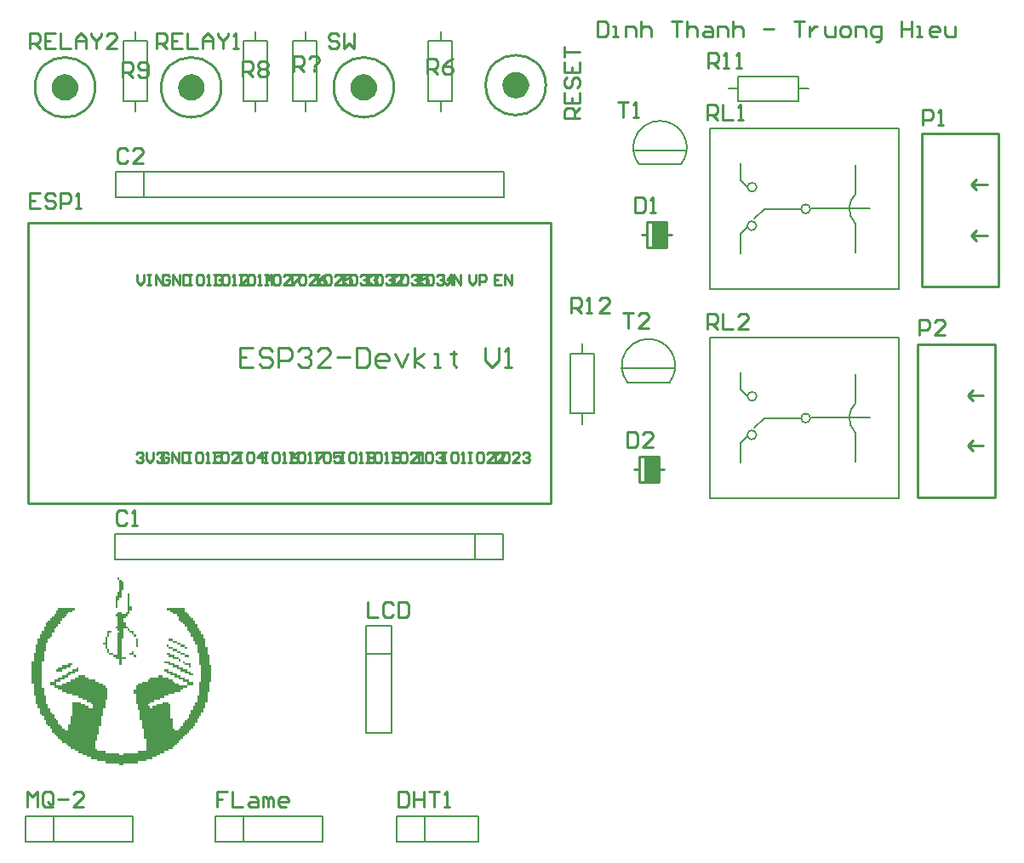
<source format=gto>
G04*
G04 #@! TF.GenerationSoftware,Altium Limited,Altium Designer,23.6.0 (18)*
G04*
G04 Layer_Color=65535*
%FSTAX25Y25*%
%MOIN*%
G70*
G04*
G04 #@! TF.SameCoordinates,9BEE5B86-6B9F-4FCF-B317-2D1E74663753*
G04*
G04*
G04 #@! TF.FilePolarity,Positive*
G04*
G01*
G75*
%ADD10C,0.01000*%
%ADD11C,0.00800*%
%ADD12C,0.00700*%
%ADD13C,0.00787*%
G36*
X0253368Y0407532D02*
X0253387Y0407521D01*
X0253409D01*
X0254625Y0407018D01*
X0254641Y0407002D01*
X0254662Y0406996D01*
X0255707Y0406195D01*
X0255717Y0406176D01*
X0255736Y0406165D01*
X0256538Y040512D01*
X0256544Y0405099D01*
X0256559Y0405084D01*
X0257063Y0403867D01*
Y0403845D01*
X0257074Y0403827D01*
X0257246Y0402521D01*
X025724Y04025D01*
X0257246Y0402479D01*
X0257074Y0401173D01*
X0257063Y0401155D01*
Y0401133D01*
X0256559Y0399916D01*
X0256544Y0399901D01*
X0256538Y039988D01*
X0255736Y0398835D01*
X0255717Y0398824D01*
X0255707Y0398805D01*
X0254662Y0398004D01*
X0254641Y0397998D01*
X0254625Y0397983D01*
X0253409Y0397479D01*
X0253387D01*
X0253368Y0397468D01*
X0252063Y0397296D01*
X0252052Y0397299D01*
X0252042Y0397294D01*
X0251993Y0397315D01*
X0251981Y0397318D01*
X0251951Y0397306D01*
X0251942Y039731D01*
X0251933Y0397307D01*
X0250715Y0397468D01*
X0250696Y0397479D01*
X0250674D01*
X0249458Y0397983D01*
X0249443Y0397998D01*
X0249421Y0398004D01*
X0248377Y0398805D01*
X0248366Y0398824D01*
X0248347Y0398835D01*
X0247545Y039988D01*
X024754Y0399901D01*
X0247524Y0399916D01*
X024702Y0401133D01*
Y0401155D01*
X0247009Y0401173D01*
X0246838Y0402479D01*
X0246843Y04025D01*
X0246838Y0402521D01*
X0247009Y0403827D01*
X024702Y0403845D01*
Y0403867D01*
X0247524Y0405084D01*
X024754Y0405099D01*
X0247545Y040512D01*
X0248347Y0406165D01*
X0248366Y0406176D01*
X0248377Y0406195D01*
X0249421Y0406996D01*
X0249443Y0407002D01*
X0249458Y0407018D01*
X0250674Y0407521D01*
X0250696D01*
X0250715Y0407532D01*
X0252021Y0407704D01*
X0252042Y0407698D01*
X0252063Y0407704D01*
X0253368Y0407532D01*
D02*
G37*
G36*
X0125007Y040681D02*
X0125019Y0406807D01*
X0125049Y0406818D01*
X0125058Y0406814D01*
X0125067Y0406817D01*
X0126285Y0406657D01*
X0126304Y0406646D01*
X0126326D01*
X0127542Y0406142D01*
X0127558Y0406126D01*
X0127579Y0406121D01*
X0128623Y0405319D01*
X0128634Y04053D01*
X0128653Y0405289D01*
X0129455Y0404245D01*
X012946Y0404224D01*
X0129476Y0404208D01*
X012998Y0402992D01*
Y040297D01*
X0129991Y0402951D01*
X0130162Y0401646D01*
X0130157Y0401624D01*
X0130162Y0401603D01*
X0129991Y0400298D01*
X012998Y0400279D01*
Y0400257D01*
X0129476Y0399041D01*
X012946Y0399025D01*
X0129455Y0399004D01*
X0128653Y0397959D01*
X0128634Y0397949D01*
X0128623Y039793D01*
X0127579Y0397128D01*
X0127558Y0397122D01*
X0127542Y0397107D01*
X0126326Y0396603D01*
X0126304D01*
X0126285Y0396592D01*
X0124979Y039642D01*
X0124958Y0396426D01*
X0124937Y039642D01*
X0123632Y0396592D01*
X0123613Y0396603D01*
X0123591D01*
X0122375Y0397107D01*
X0122359Y0397122D01*
X0122338Y0397128D01*
X0121293Y039793D01*
X0121282Y0397949D01*
X0121264Y0397959D01*
X0120462Y0399004D01*
X0120456Y0399025D01*
X0120441Y0399041D01*
X0119937Y0400257D01*
Y0400279D01*
X0119926Y0400298D01*
X0119754Y0401603D01*
X011976Y0401624D01*
X0119754Y0401646D01*
X0119926Y0402951D01*
X0119937Y040297D01*
Y0402992D01*
X0120441Y0404208D01*
X0120456Y0404224D01*
X0120462Y0404245D01*
X0121264Y0405289D01*
X0121282Y04053D01*
X0121293Y0405319D01*
X0122338Y0406121D01*
X0122359Y0406126D01*
X0122375Y0406142D01*
X0123591Y0406646D01*
X0123613D01*
X0123632Y0406657D01*
X0124937Y0406828D01*
X0124948Y0406826D01*
X0124958Y040683D01*
X0125007Y040681D01*
D02*
G37*
G36*
X0193868Y0406657D02*
X0193887Y0406646D01*
X0193909D01*
X0195125Y0406142D01*
X0195141Y0406126D01*
X0195162Y0406121D01*
X0196206Y0405319D01*
X0196218Y04053D01*
X0196237Y0405289D01*
X0197038Y0404245D01*
X0197044Y0404224D01*
X0197059Y0404208D01*
X0197563Y0402992D01*
Y040297D01*
X0197574Y0402951D01*
X0197746Y0401646D01*
X019774Y0401624D01*
X0197746Y0401603D01*
X0197574Y0400298D01*
X0197563Y0400279D01*
Y0400257D01*
X0197059Y0399041D01*
X0197044Y0399025D01*
X0197038Y0399004D01*
X0196237Y0397959D01*
X0196218Y0397949D01*
X0196206Y039793D01*
X0195162Y0397128D01*
X0195141Y0397122D01*
X0195125Y0397107D01*
X0193909Y0396603D01*
X0193887D01*
X0193868Y0396592D01*
X0192563Y039642D01*
X0192552Y0396423D01*
X0192542Y0396419D01*
X0192493Y0396439D01*
X0192481Y0396442D01*
X0192451Y039643D01*
X0192442Y0396434D01*
X0192433Y0396432D01*
X0191215Y0396592D01*
X0191196Y0396603D01*
X0191174D01*
X0189958Y0397107D01*
X0189943Y0397122D01*
X0189921Y0397128D01*
X0188877Y039793D01*
X0188866Y0397949D01*
X0188847Y0397959D01*
X0188045Y0399004D01*
X018804Y0399025D01*
X0188024Y0399041D01*
X018752Y0400257D01*
Y0400279D01*
X0187509Y0400298D01*
X0187338Y0401603D01*
X0187343Y0401624D01*
X0187338Y0401646D01*
X0187509Y0402951D01*
X018752Y040297D01*
Y0402992D01*
X0188024Y0404208D01*
X018804Y0404224D01*
X0188045Y0404245D01*
X0188847Y0405289D01*
X0188866Y04053D01*
X0188877Y0405319D01*
X0189921Y0406121D01*
X0189943Y0406126D01*
X0189958Y0406142D01*
X0191174Y0406646D01*
X0191196D01*
X0191215Y0406657D01*
X019252Y0406828D01*
X0192542Y0406823D01*
X0192563Y0406828D01*
X0193868Y0406657D01*
D02*
G37*
G36*
X0076868D02*
X0076887Y0406646D01*
X0076909D01*
X0078125Y0406142D01*
X0078141Y0406126D01*
X0078162Y0406121D01*
X0079207Y0405319D01*
X0079217Y04053D01*
X0079237Y0405289D01*
X0080038Y0404245D01*
X0080044Y0404224D01*
X0080059Y0404208D01*
X0080563Y0402992D01*
Y040297D01*
X0080574Y0402951D01*
X0080746Y0401646D01*
X008074Y0401624D01*
X0080746Y0401603D01*
X0080574Y0400298D01*
X0080563Y0400279D01*
Y0400257D01*
X0080059Y0399041D01*
X0080044Y0399025D01*
X0080038Y0399004D01*
X0079237Y0397959D01*
X0079217Y0397949D01*
X0079207Y039793D01*
X0078162Y0397128D01*
X0078141Y0397122D01*
X0078125Y0397107D01*
X0076909Y0396603D01*
X0076887D01*
X0076868Y0396592D01*
X0075563Y039642D01*
X0075552Y0396423D01*
X0075542Y0396419D01*
X0075493Y0396439D01*
X0075481Y0396442D01*
X0075451Y039643D01*
X0075442Y0396434D01*
X0075433Y0396432D01*
X0074215Y0396592D01*
X0074196Y0396603D01*
X0074174D01*
X0072958Y0397107D01*
X0072943Y0397122D01*
X0072921Y0397128D01*
X0071877Y039793D01*
X0071866Y0397949D01*
X0071847Y0397959D01*
X0071045Y0399004D01*
X007104Y0399025D01*
X0071024Y0399041D01*
X007052Y0400257D01*
Y0400279D01*
X0070509Y0400298D01*
X0070338Y0401603D01*
X0070343Y0401624D01*
X0070338Y0401646D01*
X0070509Y0402951D01*
X007052Y040297D01*
Y0402992D01*
X0071024Y0404208D01*
X007104Y0404224D01*
X0071045Y0404245D01*
X0071847Y0405289D01*
X0071866Y04053D01*
X0071877Y0405319D01*
X0072921Y0406121D01*
X0072943Y0406126D01*
X0072958Y0406142D01*
X0074174Y0406646D01*
X0074196D01*
X0074215Y0406657D01*
X007552Y0406828D01*
X0075542Y0406823D01*
X0075563Y0406828D01*
X0076868Y0406657D01*
D02*
G37*
G36*
X0311Y0339D02*
X03085Y0339D01*
X03055Y0339D01*
X03055Y0339708D01*
X03055Y0349D01*
X03055D01*
X0311Y0349D01*
X0311Y0339D01*
D02*
G37*
G36*
X0308Y0247D02*
X03055Y0247D01*
X03025Y0247D01*
X03025Y0247708D01*
X03025Y0257D01*
X03025D01*
X0308Y0257D01*
X0308Y0247D01*
D02*
G37*
G36*
X00969Y02087D02*
X00977D01*
Y02079D01*
X00985D01*
Y02071D01*
Y02063D01*
Y02055D01*
Y02047D01*
X00977D01*
Y02039D01*
Y02031D01*
Y02023D01*
Y02015D01*
X00969D01*
Y02007D01*
X00961D01*
Y01999D01*
Y01991D01*
Y01983D01*
Y01975D01*
X00953D01*
Y01983D01*
Y01991D01*
Y01999D01*
Y02007D01*
Y02015D01*
Y02023D01*
X00961D01*
Y02031D01*
Y02039D01*
X00969D01*
Y02047D01*
Y02055D01*
Y02063D01*
Y02071D01*
Y02079D01*
Y02087D01*
X00961D01*
Y02095D01*
X00969D01*
Y02087D01*
D02*
G37*
G36*
X01009Y02023D02*
Y02015D01*
Y02007D01*
Y01999D01*
Y01991D01*
Y01983D01*
X01017D01*
Y01975D01*
Y01967D01*
X01009D01*
Y01959D01*
Y01951D01*
X01001D01*
Y01943D01*
X00993D01*
Y01935D01*
X00985D01*
Y01927D01*
Y01919D01*
X00993D01*
Y01911D01*
Y01903D01*
X01001D01*
Y01895D01*
X01009D01*
Y01887D01*
X01025D01*
Y01879D01*
Y01871D01*
X01033D01*
Y01863D01*
X01025D01*
Y01871D01*
X01017D01*
Y01879D01*
X01009D01*
Y01887D01*
X01001D01*
Y01895D01*
X00985D01*
Y01887D01*
Y01879D01*
Y01871D01*
Y01863D01*
Y01855D01*
X00977D01*
Y01847D01*
Y01839D01*
Y01831D01*
Y01823D01*
Y01815D01*
Y01807D01*
Y01799D01*
Y01791D01*
Y01783D01*
X00993D01*
Y01775D01*
X00977D01*
Y01767D01*
Y01759D01*
Y01751D01*
X00969D01*
Y01759D01*
Y01767D01*
Y01775D01*
X00953D01*
Y01783D01*
X00945D01*
Y01791D01*
X00929D01*
Y01799D01*
X00921D01*
Y01807D01*
Y01815D01*
X00913D01*
Y01823D01*
Y01831D01*
X00905D01*
Y01839D01*
X00913D01*
Y01847D01*
Y01855D01*
Y01863D01*
X00921D01*
Y01855D01*
Y01847D01*
Y01839D01*
Y01831D01*
Y01823D01*
Y01815D01*
X00929D01*
Y01807D01*
Y01799D01*
X00945D01*
Y01791D01*
X00961D01*
Y01799D01*
Y01807D01*
Y01815D01*
Y01823D01*
Y01831D01*
Y01839D01*
Y01847D01*
Y01855D01*
Y01863D01*
Y01871D01*
Y01879D01*
X00969D01*
Y01887D01*
X00961D01*
Y01895D01*
X00953D01*
Y01903D01*
X00961D01*
Y01911D01*
Y01919D01*
Y01927D01*
Y01935D01*
Y01943D01*
X00953D01*
Y01951D01*
X00961D01*
Y01959D01*
X00977D01*
Y01951D01*
X00993D01*
Y01959D01*
X01001D01*
Y01967D01*
Y01975D01*
Y01983D01*
Y01991D01*
Y01999D01*
Y02007D01*
Y02015D01*
Y02023D01*
Y02031D01*
X01009D01*
Y02023D01*
D02*
G37*
G36*
X00937Y01879D02*
X00929D01*
Y01871D01*
Y01863D01*
X00921D01*
Y01871D01*
Y01879D01*
Y01887D01*
X00937D01*
Y01879D01*
D02*
G37*
G36*
X01041Y01847D02*
Y01839D01*
Y01831D01*
Y01823D01*
X01033D01*
Y01831D01*
Y01839D01*
Y01847D01*
Y01855D01*
X01041D01*
Y01847D01*
D02*
G37*
G36*
X01177D02*
X01193D01*
Y01839D01*
X01209D01*
Y01831D01*
X01225D01*
Y01823D01*
X01233D01*
Y01815D01*
X01225D01*
Y01823D01*
X01209D01*
Y01831D01*
X01193D01*
Y01839D01*
X01177D01*
Y01847D01*
X01161D01*
Y01855D01*
X01177D01*
Y01847D01*
D02*
G37*
G36*
X01161Y01823D02*
X01177D01*
Y01815D01*
X01193D01*
Y01807D01*
X01209D01*
Y01799D01*
X01225D01*
Y01791D01*
X01241D01*
Y01783D01*
X01225D01*
Y01791D01*
X01209D01*
Y01799D01*
X01193D01*
Y01807D01*
X01177D01*
Y01815D01*
X01161D01*
Y01823D01*
X01153D01*
Y01831D01*
X01161D01*
Y01823D01*
D02*
G37*
G36*
X01025Y01799D02*
Y01791D01*
X01033D01*
Y01783D01*
X01025D01*
Y01791D01*
X01009D01*
Y01799D01*
X01017D01*
Y01807D01*
X01025D01*
Y01799D01*
D02*
G37*
G36*
X01169Y01791D02*
X01185D01*
Y01783D01*
X01201D01*
Y01775D01*
X01209D01*
Y01767D01*
X01201D01*
Y01775D01*
X01177D01*
Y01783D01*
X01161D01*
Y01791D01*
X01153D01*
Y01799D01*
X01169D01*
Y01791D01*
D02*
G37*
G36*
X01225Y01759D02*
X01249D01*
Y01751D01*
Y01743D01*
X01241D01*
Y01751D01*
X01225D01*
Y01759D01*
X01217D01*
Y01767D01*
X01225D01*
Y01759D01*
D02*
G37*
G36*
X00785Y01751D02*
X00777D01*
Y01743D01*
X00761D01*
Y01735D01*
X00745D01*
Y01727D01*
X00721D01*
Y01735D01*
X00729D01*
Y01743D01*
X00745D01*
Y01751D01*
X00769D01*
Y01759D01*
X00785D01*
Y01751D01*
D02*
G37*
G36*
X01169Y01759D02*
X01185D01*
Y01751D01*
X01201D01*
Y01743D01*
X01217D01*
Y01735D01*
X01233D01*
Y01727D01*
X01249D01*
Y01719D01*
X01257D01*
Y01711D01*
X01241D01*
Y01719D01*
X01225D01*
Y01727D01*
X01209D01*
Y01735D01*
X01193D01*
Y01743D01*
X01177D01*
Y01751D01*
X01161D01*
Y01759D01*
X01145D01*
Y01767D01*
X01169D01*
Y01759D01*
D02*
G37*
G36*
X01161Y01727D02*
X01177D01*
Y01719D01*
X01193D01*
Y01711D01*
X01209D01*
Y01703D01*
X01225D01*
Y01695D01*
X01241D01*
Y01687D01*
X01257D01*
Y01679D01*
Y01671D01*
X01233D01*
Y01679D01*
Y01687D01*
X01217D01*
Y01695D01*
X01201D01*
Y01703D01*
X01185D01*
Y01711D01*
X01169D01*
Y01719D01*
X01153D01*
Y01727D01*
X01145D01*
Y01735D01*
X01161D01*
Y01727D01*
D02*
G37*
G36*
X01225Y01967D02*
Y01959D01*
X01233D01*
Y01951D01*
X01241D01*
Y01943D01*
X01249D01*
Y01935D01*
X01257D01*
Y01927D01*
X01265D01*
Y01919D01*
Y01911D01*
X01273D01*
Y01903D01*
Y01895D01*
X01281D01*
Y01887D01*
X01289D01*
Y01879D01*
Y01871D01*
X01297D01*
Y01863D01*
Y01855D01*
X01305D01*
Y01847D01*
Y01839D01*
Y01831D01*
Y01823D01*
X01313D01*
Y01815D01*
Y01807D01*
Y01799D01*
Y01791D01*
X01321D01*
Y01783D01*
Y01775D01*
Y01767D01*
Y01759D01*
Y01751D01*
X01329D01*
Y01743D01*
Y01735D01*
Y01727D01*
Y01719D01*
Y01711D01*
Y01703D01*
Y01695D01*
Y01687D01*
X01321D01*
Y01679D01*
Y01671D01*
Y01663D01*
Y01655D01*
Y01647D01*
X01313D01*
Y01639D01*
Y01631D01*
Y01623D01*
Y01615D01*
Y01607D01*
X01305D01*
Y01599D01*
Y01591D01*
Y01583D01*
X01297D01*
Y01575D01*
Y01567D01*
X01289D01*
Y01559D01*
Y01551D01*
X01281D01*
Y01543D01*
X01273D01*
Y01535D01*
Y01527D01*
X01265D01*
Y01519D01*
Y01511D01*
X01257D01*
Y01503D01*
X01249D01*
Y01495D01*
X01241D01*
Y01487D01*
X01233D01*
Y01479D01*
X01225D01*
Y01471D01*
X01217D01*
Y01463D01*
X01209D01*
Y01455D01*
X01201D01*
Y01447D01*
X01193D01*
Y01439D01*
X01185D01*
Y01431D01*
X01177D01*
Y01423D01*
X01161D01*
Y01415D01*
X01145D01*
Y01407D01*
X01129D01*
Y01399D01*
X01113D01*
Y01391D01*
X01097D01*
Y01383D01*
X01073D01*
Y01375D01*
X01041D01*
Y01367D01*
X00985D01*
Y01359D01*
X00969D01*
Y01367D01*
X00913D01*
Y01375D01*
X00881D01*
Y01383D01*
X00857D01*
Y01391D01*
X00841D01*
Y01399D01*
X00825D01*
Y01407D01*
X00809D01*
Y01415D01*
X00793D01*
Y01423D01*
X00777D01*
Y01431D01*
X00769D01*
Y01439D01*
X00761D01*
Y01447D01*
X00745D01*
Y01455D01*
X00737D01*
Y01463D01*
X00729D01*
Y01471D01*
X00721D01*
Y01479D01*
X00713D01*
Y01487D01*
X00705D01*
Y01495D01*
Y01503D01*
X00697D01*
Y01511D01*
X00689D01*
Y01519D01*
X00681D01*
Y01527D01*
Y01535D01*
X00673D01*
Y01543D01*
Y01551D01*
X00665D01*
Y01559D01*
X00657D01*
Y01567D01*
Y01575D01*
Y01583D01*
X00649D01*
Y01591D01*
Y01599D01*
X00641D01*
Y01607D01*
Y01615D01*
Y01623D01*
Y01631D01*
X00633D01*
Y01639D01*
Y01647D01*
Y01655D01*
Y01663D01*
Y01671D01*
Y01679D01*
X00625D01*
Y01687D01*
Y01695D01*
Y01703D01*
Y01711D01*
Y01719D01*
Y01727D01*
Y01735D01*
Y01743D01*
Y01751D01*
Y01759D01*
Y01767D01*
X00633D01*
Y01775D01*
Y01783D01*
Y01791D01*
Y01799D01*
X00641D01*
Y01807D01*
Y01815D01*
Y01823D01*
Y01831D01*
X00649D01*
Y01839D01*
Y01847D01*
Y01855D01*
X00657D01*
Y01863D01*
Y01871D01*
X00665D01*
Y01879D01*
Y01887D01*
X00673D01*
Y01895D01*
Y01903D01*
X00681D01*
Y01911D01*
Y01919D01*
X00689D01*
Y01927D01*
X00697D01*
Y01935D01*
X00705D01*
Y01943D01*
X00713D01*
Y01951D01*
X00721D01*
Y01959D01*
Y01967D01*
X00729D01*
Y01975D01*
X00793D01*
Y01967D01*
X00785D01*
Y01959D01*
X00769D01*
Y01951D01*
X00761D01*
Y01943D01*
X00753D01*
Y01935D01*
X00745D01*
Y01927D01*
X00737D01*
Y01919D01*
Y01911D01*
X00729D01*
Y01903D01*
X00721D01*
Y01895D01*
X00713D01*
Y01887D01*
Y01879D01*
X00705D01*
Y01871D01*
Y01863D01*
X00697D01*
Y01855D01*
X00689D01*
Y01847D01*
Y01839D01*
X00681D01*
Y01831D01*
Y01823D01*
Y01815D01*
Y01807D01*
X00673D01*
Y01799D01*
Y01791D01*
Y01783D01*
Y01775D01*
Y01767D01*
X00665D01*
Y01759D01*
Y01751D01*
Y01743D01*
Y01735D01*
Y01727D01*
Y01719D01*
Y01711D01*
Y01703D01*
Y01695D01*
Y01687D01*
Y01679D01*
Y01671D01*
Y01663D01*
X00673D01*
Y01655D01*
Y01647D01*
Y01639D01*
Y01631D01*
X00681D01*
Y01623D01*
Y01615D01*
Y01607D01*
Y01599D01*
X00689D01*
Y01591D01*
Y01583D01*
X00697D01*
Y01575D01*
Y01567D01*
X00705D01*
Y01559D01*
X00713D01*
Y01551D01*
Y01543D01*
X00721D01*
Y01535D01*
X00729D01*
Y01527D01*
Y01519D01*
X00737D01*
Y01511D01*
X00745D01*
Y01503D01*
X00753D01*
Y01495D01*
X00769D01*
Y01503D01*
Y01511D01*
Y01519D01*
X00777D01*
Y01527D01*
Y01535D01*
Y01543D01*
Y01551D01*
X00785D01*
Y01559D01*
Y01567D01*
Y01575D01*
Y01583D01*
Y01591D01*
Y01599D01*
Y01607D01*
X00817D01*
Y01599D01*
X00833D01*
Y01591D01*
X00849D01*
Y01583D01*
X00865D01*
Y01591D01*
Y01599D01*
X00857D01*
Y01607D01*
X00841D01*
Y01615D01*
X00825D01*
Y01623D01*
X00809D01*
Y01631D01*
X00785D01*
Y01639D01*
X00761D01*
Y01647D01*
X00745D01*
Y01655D01*
X00729D01*
Y01663D01*
X00713D01*
Y01671D01*
X00697D01*
Y01679D01*
Y01687D01*
X00713D01*
Y01695D01*
X00729D01*
Y01703D01*
X00745D01*
Y01711D01*
X00761D01*
Y01719D01*
X00769D01*
Y01727D01*
X00785D01*
Y01735D01*
X00801D01*
Y01743D01*
X00809D01*
Y01735D01*
Y01727D01*
X00793D01*
Y01719D01*
X00777D01*
Y01711D01*
X00769D01*
Y01703D01*
X00753D01*
Y01695D01*
X00737D01*
Y01687D01*
X00721D01*
Y01679D01*
Y01671D01*
X00745D01*
Y01679D01*
X00761D01*
Y01687D01*
X00777D01*
Y01695D01*
X00793D01*
Y01703D01*
X00809D01*
Y01711D01*
X00833D01*
Y01703D01*
X00849D01*
Y01695D01*
X00873D01*
Y01687D01*
X00889D01*
Y01679D01*
X00905D01*
Y01671D01*
X00913D01*
Y01663D01*
X00921D01*
Y01655D01*
Y01647D01*
Y01639D01*
Y01631D01*
Y01623D01*
Y01615D01*
X00913D01*
Y01607D01*
Y01599D01*
Y01591D01*
Y01583D01*
X00905D01*
Y01575D01*
Y01567D01*
Y01559D01*
Y01551D01*
X00897D01*
Y01543D01*
Y01535D01*
Y01527D01*
Y01519D01*
Y01511D01*
X00889D01*
Y01503D01*
Y01495D01*
Y01487D01*
Y01479D01*
X00881D01*
Y01471D01*
Y01463D01*
Y01455D01*
X00873D01*
Y01447D01*
Y01439D01*
Y01431D01*
Y01423D01*
X00881D01*
Y01415D01*
X00913D01*
Y01407D01*
X00969D01*
Y01399D01*
X00985D01*
Y01407D01*
X01041D01*
Y01415D01*
X01073D01*
Y01423D01*
Y01431D01*
Y01439D01*
Y01447D01*
Y01455D01*
Y01463D01*
X01065D01*
Y01471D01*
Y01479D01*
Y01487D01*
Y01495D01*
Y01503D01*
X01057D01*
Y01511D01*
Y01519D01*
Y01527D01*
Y01535D01*
X01049D01*
Y01543D01*
Y01551D01*
Y01559D01*
Y01567D01*
Y01575D01*
X01041D01*
Y01583D01*
Y01591D01*
Y01599D01*
X01033D01*
Y01607D01*
Y01615D01*
Y01623D01*
Y01631D01*
Y01639D01*
X01025D01*
Y01647D01*
Y01655D01*
X01033D01*
Y01663D01*
Y01671D01*
X01041D01*
Y01679D01*
X01057D01*
Y01687D01*
X01081D01*
Y01695D01*
X01089D01*
Y01703D01*
X01121D01*
Y01711D01*
X01137D01*
Y01703D01*
X01161D01*
Y01695D01*
X01177D01*
Y01687D01*
X01185D01*
Y01679D01*
X01201D01*
Y01671D01*
X01233D01*
Y01663D01*
X01217D01*
Y01655D01*
X01209D01*
Y01647D01*
X01185D01*
Y01639D01*
X01161D01*
Y01631D01*
X01145D01*
Y01623D01*
X01129D01*
Y01615D01*
X01105D01*
Y01607D01*
X01089D01*
Y01599D01*
X01081D01*
Y01591D01*
X01089D01*
Y01583D01*
X01097D01*
Y01591D01*
X01113D01*
Y01599D01*
X01137D01*
Y01607D01*
X01161D01*
Y01599D01*
X01169D01*
Y01591D01*
Y01583D01*
Y01575D01*
Y01567D01*
Y01559D01*
Y01551D01*
Y01543D01*
X01177D01*
Y01535D01*
Y01527D01*
Y01519D01*
Y01511D01*
Y01503D01*
X01185D01*
Y01495D01*
X01201D01*
Y01503D01*
X01209D01*
Y01511D01*
X01217D01*
Y01519D01*
Y01527D01*
X01225D01*
Y01535D01*
X01233D01*
Y01543D01*
X01241D01*
Y01551D01*
Y01559D01*
X01249D01*
Y01567D01*
Y01575D01*
X01257D01*
Y01583D01*
Y01591D01*
X01265D01*
Y01599D01*
Y01607D01*
X01273D01*
Y01615D01*
Y01623D01*
Y01631D01*
X01281D01*
Y01639D01*
Y01647D01*
Y01655D01*
Y01663D01*
Y01671D01*
Y01679D01*
Y01687D01*
X01289D01*
Y01695D01*
Y01703D01*
Y01711D01*
Y01719D01*
Y01727D01*
Y01735D01*
Y01743D01*
Y01751D01*
X01281D01*
Y01759D01*
Y01767D01*
Y01775D01*
Y01783D01*
Y01791D01*
Y01799D01*
X01273D01*
Y01807D01*
Y01815D01*
Y01823D01*
Y01831D01*
X01265D01*
Y01839D01*
Y01847D01*
X01257D01*
Y01855D01*
Y01863D01*
X01249D01*
Y01871D01*
Y01879D01*
X01241D01*
Y01887D01*
X01233D01*
Y01895D01*
Y01903D01*
X01225D01*
Y01911D01*
X01217D01*
Y01919D01*
X01209D01*
Y01927D01*
X01201D01*
Y01935D01*
Y01943D01*
X01193D01*
Y01951D01*
X01177D01*
Y01959D01*
X01169D01*
Y01967D01*
X01153D01*
Y01975D01*
X01225D01*
Y01967D01*
D02*
G37*
D10*
X0204311Y0401624D02*
G03*
X0204311Y0401624I-0011769J0D01*
G01*
X0263811Y04025D02*
G03*
X0263811Y04025I-0011769J0D01*
G01*
X0136728Y0401624D02*
G03*
X0136728Y0401624I-0011769J0D01*
G01*
X0087311D02*
G03*
X0087311Y0401624I-0011769J0D01*
G01*
X0411Y03235D02*
Y03835D01*
X04411D01*
X0411Y03235D02*
X04411D01*
Y03835D01*
X043055Y034355D02*
X043255Y034155D01*
X043055Y034355D02*
X043255Y034555D01*
X043055Y034355D02*
X04367D01*
X043055Y03635D02*
X04367D01*
X043055D02*
X043255Y03655D01*
X043055Y03635D02*
X043255Y03615D01*
X03115Y0344D02*
X0313D01*
X03015D02*
X03035D01*
Y0339D02*
X0311D01*
Y0349D01*
X03035D02*
X0311D01*
X03035Y0339D02*
Y0349D01*
X04095Y0241D02*
Y0301D01*
X04396D01*
X04095Y0241D02*
X04396D01*
Y0301D01*
X042905Y026105D02*
X043105Y025905D01*
X042905Y026105D02*
X043105Y026305D01*
X042905Y026105D02*
X04352D01*
X042905Y0281D02*
X04352D01*
X042905D02*
X043105Y0283D01*
X042905Y0281D02*
X043105Y0279D01*
X03085Y0252D02*
X031D01*
X02985D02*
X03005D01*
Y0247D02*
X0308D01*
Y0257D01*
X03005D02*
X0308D01*
X03005Y0247D02*
Y0257D01*
X0061079Y03485D02*
X0265803D01*
Y0238657D02*
Y03485D01*
X0061079Y0238657D02*
X0265803D01*
X0061079D02*
Y03485D01*
X0284Y0427497D02*
Y0421499D01*
X0286999D01*
X0287999Y0422499D01*
Y0426498D01*
X0286999Y0427497D01*
X0284D01*
X0289998Y0421499D02*
X0291997D01*
X0290998D01*
Y0425498D01*
X0289998D01*
X0294996Y0421499D02*
Y0425498D01*
X0297995D01*
X0298995Y0424498D01*
Y0421499D01*
X0300994Y0427497D02*
Y0421499D01*
Y0424498D01*
X0301994Y0425498D01*
X0303994D01*
X0304993Y0424498D01*
Y0421499D01*
X0312991Y0427497D02*
X0316989D01*
X031499D01*
Y0421499D01*
X0318989Y0427497D02*
Y0421499D01*
Y0424498D01*
X0319988Y0425498D01*
X0321988D01*
X0322987Y0424498D01*
Y0421499D01*
X0325986Y0425498D02*
X0327986D01*
X0328985Y0424498D01*
Y0421499D01*
X0325986D01*
X0324987Y0422499D01*
X0325986Y0423499D01*
X0328985D01*
X0330985Y0421499D02*
Y0425498D01*
X0333984D01*
X0334983Y0424498D01*
Y0421499D01*
X0336983Y0427497D02*
Y0421499D01*
Y0424498D01*
X0337983Y0425498D01*
X0339982D01*
X0340982Y0424498D01*
Y0421499D01*
X0348979Y0424498D02*
X0352978D01*
X0360975Y0427497D02*
X0364974D01*
X0362974D01*
Y0421499D01*
X0366973Y0425498D02*
Y0421499D01*
Y0423499D01*
X0367973Y0424498D01*
X0368972Y0425498D01*
X0369972D01*
X0372971D02*
Y0422499D01*
X0373971Y0421499D01*
X037697D01*
Y0425498D01*
X0379969Y0421499D02*
X0381968D01*
X0382968Y0422499D01*
Y0424498D01*
X0381968Y0425498D01*
X0379969D01*
X0378969Y0424498D01*
Y0422499D01*
X0379969Y0421499D01*
X0384967D02*
Y0425498D01*
X0387966D01*
X0388966Y0424498D01*
Y0421499D01*
X0392965Y04195D02*
X0393964D01*
X0394964Y04205D01*
Y0425498D01*
X0391965D01*
X0390965Y0424498D01*
Y0422499D01*
X0391965Y0421499D01*
X0394964D01*
X0402961Y0427497D02*
Y0421499D01*
Y0424498D01*
X040696D01*
Y0427497D01*
Y0421499D01*
X040896D02*
X0410959D01*
X0409959D01*
Y0425498D01*
X040896D01*
X0416957Y0421499D02*
X0414958D01*
X0413958Y0422499D01*
Y0424498D01*
X0414958Y0425498D01*
X0416957D01*
X0417957Y0424498D01*
Y0423499D01*
X0413958D01*
X0419956Y0425498D02*
Y0422499D01*
X0420956Y0421499D01*
X0423955D01*
Y0425498D01*
X0103559Y0257738D02*
X0104226Y0258404D01*
X0105558D01*
X0106225Y0257738D01*
Y0257071D01*
X0105558Y0256405D01*
X0104892D01*
X0105558D01*
X0106225Y0255738D01*
Y0255072D01*
X0105558Y0254405D01*
X0104226D01*
X0103559Y0255072D01*
X0107558Y0258404D02*
Y0255738D01*
X0108891Y0254405D01*
X0110224Y0255738D01*
Y0258404D01*
X0111556Y0257738D02*
X0112223Y0258404D01*
X0113556D01*
X0114222Y0257738D01*
Y0257071D01*
X0113556Y0256405D01*
X0112889D01*
X0113556D01*
X0114222Y0255738D01*
Y0255072D01*
X0113556Y0254405D01*
X0112223D01*
X0111556Y0255072D01*
X0116225Y0257738D02*
X0115558Y0258404D01*
X0114225D01*
X0113559Y0257738D01*
Y0255072D01*
X0114225Y0254405D01*
X0115558D01*
X0116225Y0255072D01*
Y0256405D01*
X0114892D01*
X0117558Y0254405D02*
Y0258404D01*
X0120224Y0254405D01*
Y0258404D01*
X0121556D02*
Y0254405D01*
X0123556D01*
X0124222Y0255072D01*
Y0257738D01*
X0123556Y0258404D01*
X0121556D01*
X0123559D02*
X0124892D01*
X0124225D01*
Y0254405D01*
X0123559D01*
X0124892D01*
X0128891Y0258404D02*
X0127558D01*
X0126891Y0257738D01*
Y0255072D01*
X0127558Y0254405D01*
X0128891D01*
X0129557Y0255072D01*
Y0257738D01*
X0128891Y0258404D01*
X013089Y0254405D02*
X0132223D01*
X0131556D01*
Y0258404D01*
X013089Y0257738D01*
X0136888Y0258404D02*
X0134222D01*
Y0256405D01*
X0135555Y0257071D01*
X0136222D01*
X0136888Y0256405D01*
Y0255072D01*
X0136222Y0254405D01*
X0134889D01*
X0134222Y0255072D01*
X0133559Y0258404D02*
X0134892D01*
X0134225D01*
Y0254405D01*
X0133559D01*
X0134892D01*
X0138891Y0258404D02*
X0137558D01*
X0136891Y0257738D01*
Y0255072D01*
X0137558Y0254405D01*
X0138891D01*
X0139557Y0255072D01*
Y0257738D01*
X0138891Y0258404D01*
X0143556Y0254405D02*
X014089D01*
X0143556Y0257071D01*
Y0257738D01*
X0142889Y0258404D01*
X0141557D01*
X014089Y0257738D01*
X0143559Y0258404D02*
X0144892D01*
X0144226D01*
Y0254405D01*
X0143559D01*
X0144892D01*
X0148891Y0258404D02*
X0147558D01*
X0146891Y0257738D01*
Y0255072D01*
X0147558Y0254405D01*
X0148891D01*
X0149557Y0255072D01*
Y0257738D01*
X0148891Y0258404D01*
X0152889Y0254405D02*
Y0258404D01*
X015089Y0256405D01*
X0153556D01*
X0153559Y0258404D02*
X0154892D01*
X0154226D01*
Y0254405D01*
X0153559D01*
X0154892D01*
X0158891Y0258404D02*
X0157558D01*
X0156891Y0257738D01*
Y0255072D01*
X0157558Y0254405D01*
X0158891D01*
X0159557Y0255072D01*
Y0257738D01*
X0158891Y0258404D01*
X016089Y0254405D02*
X0162223D01*
X0161556D01*
Y0258404D01*
X016089Y0257738D01*
X0166888Y0258404D02*
X0165555Y0257738D01*
X0164222Y0256405D01*
Y0255072D01*
X0164889Y0254405D01*
X0166222D01*
X0166888Y0255072D01*
Y0255738D01*
X0166222Y0256405D01*
X0164222D01*
X0163559Y0258404D02*
X0164892D01*
X0164225D01*
Y0254405D01*
X0163559D01*
X0164892D01*
X0168891Y0258404D02*
X0167558D01*
X0166891Y0257738D01*
Y0255072D01*
X0167558Y0254405D01*
X0168891D01*
X0169557Y0255072D01*
Y0257738D01*
X0168891Y0258404D01*
X017089Y0254405D02*
X0172223D01*
X0171556D01*
Y0258404D01*
X017089Y0257738D01*
X0174222Y0258404D02*
X0176888D01*
Y0257738D01*
X0174222Y0255072D01*
Y0254405D01*
X0173559Y0258404D02*
X0174892D01*
X0174225D01*
Y0254405D01*
X0173559D01*
X0174892D01*
X0178891Y0258404D02*
X0177558D01*
X0176891Y0257738D01*
Y0255072D01*
X0177558Y0254405D01*
X0178891D01*
X0179557Y0255072D01*
Y0257738D01*
X0178891Y0258404D01*
X0183556D02*
X018089D01*
Y0256405D01*
X0182223Y0257071D01*
X0182889D01*
X0183556Y0256405D01*
Y0255072D01*
X0182889Y0254405D01*
X0181556D01*
X018089Y0255072D01*
X0183559Y0258404D02*
X0184892D01*
X0184225D01*
Y0254405D01*
X0183559D01*
X0184892D01*
X0188891Y0258404D02*
X0187558D01*
X0186891Y0257738D01*
Y0255072D01*
X0187558Y0254405D01*
X0188891D01*
X0189557Y0255072D01*
Y0257738D01*
X0188891Y0258404D01*
X019089Y0254405D02*
X0192223D01*
X0191557D01*
Y0258404D01*
X019089Y0257738D01*
X0194222D02*
X0194889Y0258404D01*
X0196222D01*
X0196888Y0257738D01*
Y0257071D01*
X0196222Y0256405D01*
X0196888Y0255738D01*
Y0255072D01*
X0196222Y0254405D01*
X0194889D01*
X0194222Y0255072D01*
Y0255738D01*
X0194889Y0256405D01*
X0194222Y0257071D01*
Y0257738D01*
X0194889Y0256405D02*
X0196222D01*
X0193559Y0258404D02*
X0194892D01*
X0194226D01*
Y0254405D01*
X0193559D01*
X0194892D01*
X0198891Y0258404D02*
X0197558D01*
X0196891Y0257738D01*
Y0255072D01*
X0197558Y0254405D01*
X0198891D01*
X0199557Y0255072D01*
Y0257738D01*
X0198891Y0258404D01*
X020089Y0254405D02*
X0202223D01*
X0201556D01*
Y0258404D01*
X020089Y0257738D01*
X0204222Y0255072D02*
X0204889Y0254405D01*
X0206222D01*
X0206888Y0255072D01*
Y0257738D01*
X0206222Y0258404D01*
X0204889D01*
X0204222Y0257738D01*
Y0257071D01*
X0204889Y0256405D01*
X0206888D01*
X0203559Y0258404D02*
X0204892D01*
X0204225D01*
Y0254405D01*
X0203559D01*
X0204892D01*
X0208891Y0258404D02*
X0207558D01*
X0206891Y0257738D01*
Y0255072D01*
X0207558Y0254405D01*
X0208891D01*
X0209557Y0255072D01*
Y0257738D01*
X0208891Y0258404D01*
X0213556Y0254405D02*
X021089D01*
X0213556Y0257071D01*
Y0257738D01*
X0212889Y0258404D01*
X0211557D01*
X021089Y0257738D01*
X0214889Y0254405D02*
X0216222D01*
X0215555D01*
Y0258404D01*
X0214889Y0257738D01*
X0213559Y0258404D02*
X0214892D01*
X0214226D01*
Y0254405D01*
X0213559D01*
X0214892D01*
X0218891Y0258404D02*
X0217558D01*
X0216891Y0257738D01*
Y0255072D01*
X0217558Y0254405D01*
X0218891D01*
X0219557Y0255072D01*
Y0257738D01*
X0218891Y0258404D01*
X022089Y0257738D02*
X0221556Y0258404D01*
X0222889D01*
X0223556Y0257738D01*
Y0257071D01*
X0222889Y0256405D01*
X0222223D01*
X0222889D01*
X0223556Y0255738D01*
Y0255072D01*
X0222889Y0254405D01*
X0221556D01*
X022089Y0255072D01*
X0223559Y0258404D02*
X0224892D01*
X0224225D01*
Y0254405D01*
X0223559D01*
X0224892D01*
X0228891Y0258404D02*
X0227558D01*
X0226891Y0257738D01*
Y0255072D01*
X0227558Y0254405D01*
X0228891D01*
X0229557Y0255072D01*
Y0257738D01*
X0228891Y0258404D01*
X023089Y0254405D02*
X0232223D01*
X0231557D01*
Y0258404D01*
X023089Y0257738D01*
X0233559Y0258404D02*
X0234892D01*
X0234226D01*
Y0254405D01*
X0233559D01*
X0234892D01*
X0238891Y0258404D02*
X0237558D01*
X0236891Y0257738D01*
Y0255072D01*
X0237558Y0254405D01*
X0238891D01*
X0239557Y0255072D01*
Y0257738D01*
X0238891Y0258404D01*
X0243556Y0254405D02*
X024089D01*
X0243556Y0257071D01*
Y0257738D01*
X0242889Y0258404D01*
X0241557D01*
X024089Y0257738D01*
X0247554Y0254405D02*
X0244889D01*
X0247554Y0257071D01*
Y0257738D01*
X0246888Y0258404D01*
X0245555D01*
X0244889Y0257738D01*
X0243559Y0258404D02*
X0244892D01*
X0244226D01*
Y0254405D01*
X0243559D01*
X0244892D01*
X0248891Y0258404D02*
X0247558D01*
X0246891Y0257738D01*
Y0255072D01*
X0247558Y0254405D01*
X0248891D01*
X0249557Y0255072D01*
Y0257738D01*
X0248891Y0258404D01*
X0253556Y0254405D02*
X025089D01*
X0253556Y0257071D01*
Y0257738D01*
X0252889Y0258404D01*
X0251556D01*
X025089Y0257738D01*
X0254889D02*
X0255555Y0258404D01*
X0256888D01*
X0257555Y0257738D01*
Y0257071D01*
X0256888Y0256405D01*
X0256222D01*
X0256888D01*
X0257555Y0255738D01*
Y0255072D01*
X0256888Y0254405D01*
X0255555D01*
X0254889Y0255072D01*
X0103638Y0328168D02*
Y0325502D01*
X0104971Y0324169D01*
X0106304Y0325502D01*
Y0328168D01*
X0107636D02*
X0108969D01*
X0108303D01*
Y0324169D01*
X0107636D01*
X0108969D01*
X0110969D02*
Y0328168D01*
X0113635Y0324169D01*
Y0328168D01*
X0116304Y0327502D02*
X0115637Y0328168D01*
X0114304D01*
X0113638Y0327502D01*
Y0324836D01*
X0114304Y0324169D01*
X0115637D01*
X0116304Y0324836D01*
Y0326169D01*
X0114971D01*
X0117637Y0324169D02*
Y0328168D01*
X0120302Y0324169D01*
Y0328168D01*
X0121635D02*
Y0324169D01*
X0123635D01*
X0124301Y0324836D01*
Y0327502D01*
X0123635Y0328168D01*
X0121635D01*
X0123638D02*
X0124971D01*
X0124304D01*
Y0324169D01*
X0123638D01*
X0124971D01*
X0128969Y0328168D02*
X0127637D01*
X012697Y0327502D01*
Y0324836D01*
X0127637Y0324169D01*
X0128969D01*
X0129636Y0324836D01*
Y0327502D01*
X0128969Y0328168D01*
X0130969Y0324169D02*
X0132302D01*
X0131635D01*
Y0328168D01*
X0130969Y0327502D01*
X0134301D02*
X0134968Y0328168D01*
X01363D01*
X0136967Y0327502D01*
Y0326835D01*
X01363Y0326169D01*
X0135634D01*
X01363D01*
X0136967Y0325502D01*
Y0324836D01*
X01363Y0324169D01*
X0134968D01*
X0134301Y0324836D01*
X0133638Y0328168D02*
X0134971D01*
X0134304D01*
Y0324169D01*
X0133638D01*
X0134971D01*
X0138969Y0328168D02*
X0137636D01*
X013697Y0327502D01*
Y0324836D01*
X0137636Y0324169D01*
X0138969D01*
X0139636Y0324836D01*
Y0327502D01*
X0138969Y0328168D01*
X0140969Y0324169D02*
X0142302D01*
X0141635D01*
Y0328168D01*
X0140969Y0327502D01*
X0146967Y0324169D02*
X0144301D01*
X0146967Y0326835D01*
Y0327502D01*
X01463Y0328168D01*
X0144967D01*
X0144301Y0327502D01*
X0143638Y0328168D02*
X0144971D01*
X0144304D01*
Y0324169D01*
X0143638D01*
X0144971D01*
X0148969Y0328168D02*
X0147636D01*
X014697Y0327502D01*
Y0324836D01*
X0147636Y0324169D01*
X0148969D01*
X0149636Y0324836D01*
Y0327502D01*
X0148969Y0328168D01*
X0150969Y0324169D02*
X0152302D01*
X0151635D01*
Y0328168D01*
X0150969Y0327502D01*
X01563Y0324169D02*
Y0328168D01*
X0154301Y0326169D01*
X0156967D01*
X0153638Y0328168D02*
X0154971D01*
X0154304D01*
Y0324169D01*
X0153638D01*
X0154971D01*
X0158969Y0328168D02*
X0157636D01*
X015697Y0327502D01*
Y0324836D01*
X0157636Y0324169D01*
X0158969D01*
X0159636Y0324836D01*
Y0327502D01*
X0158969Y0328168D01*
X0163635Y0324169D02*
X0160969D01*
X0163635Y0326835D01*
Y0327502D01*
X0162968Y0328168D01*
X0161635D01*
X0160969Y0327502D01*
X0164968Y0328168D02*
X0167633D01*
Y0327502D01*
X0164968Y0324836D01*
Y0324169D01*
X0163638Y0328168D02*
X0164971D01*
X0164304D01*
Y0324169D01*
X0163638D01*
X0164971D01*
X0168969Y0328168D02*
X0167637D01*
X016697Y0327502D01*
Y0324836D01*
X0167637Y0324169D01*
X0168969D01*
X0169636Y0324836D01*
Y0327502D01*
X0168969Y0328168D01*
X0173635Y0324169D02*
X0170969D01*
X0173635Y0326835D01*
Y0327502D01*
X0172968Y0328168D01*
X0171635D01*
X0170969Y0327502D01*
X0177633Y0328168D02*
X01763Y0327502D01*
X0174968Y0326169D01*
Y0324836D01*
X0175634Y0324169D01*
X0176967D01*
X0177633Y0324836D01*
Y0325502D01*
X0176967Y0326169D01*
X0174968D01*
X0173638Y0328168D02*
X0174971D01*
X0174304D01*
Y0324169D01*
X0173638D01*
X0174971D01*
X0178969Y0328168D02*
X0177637D01*
X017697Y0327502D01*
Y0324836D01*
X0177637Y0324169D01*
X0178969D01*
X0179636Y0324836D01*
Y0327502D01*
X0178969Y0328168D01*
X0183635Y0324169D02*
X0180969D01*
X0183635Y0326835D01*
Y0327502D01*
X0182968Y0328168D01*
X0181635D01*
X0180969Y0327502D01*
X0187633Y0328168D02*
X0184968D01*
Y0326169D01*
X01863Y0326835D01*
X0186967D01*
X0187633Y0326169D01*
Y0324836D01*
X0186967Y0324169D01*
X0185634D01*
X0184968Y0324836D01*
X0183638Y0328168D02*
X0184971D01*
X0184304D01*
Y0324169D01*
X0183638D01*
X0184971D01*
X0188969Y0328168D02*
X0187636D01*
X018697Y0327502D01*
Y0324836D01*
X0187636Y0324169D01*
X0188969D01*
X0189636Y0324836D01*
Y0327502D01*
X0188969Y0328168D01*
X0190969Y0327502D02*
X0191635Y0328168D01*
X0192968D01*
X0193635Y0327502D01*
Y0326835D01*
X0192968Y0326169D01*
X0192302D01*
X0192968D01*
X0193635Y0325502D01*
Y0324836D01*
X0192968Y0324169D01*
X0191635D01*
X0190969Y0324836D01*
X0194967Y0327502D02*
X0195634Y0328168D01*
X0196967D01*
X0197633Y0327502D01*
Y0326835D01*
X0196967Y0326169D01*
X01963D01*
X0196967D01*
X0197633Y0325502D01*
Y0324836D01*
X0196967Y0324169D01*
X0195634D01*
X0194967Y0324836D01*
X0193638Y0328168D02*
X0194971D01*
X0194304D01*
Y0324169D01*
X0193638D01*
X0194971D01*
X0198969Y0328168D02*
X0197636D01*
X019697Y0327502D01*
Y0324836D01*
X0197636Y0324169D01*
X0198969D01*
X0199636Y0324836D01*
Y0327502D01*
X0198969Y0328168D01*
X0200969Y0327502D02*
X0201635Y0328168D01*
X0202968D01*
X0203635Y0327502D01*
Y0326835D01*
X0202968Y0326169D01*
X0202302D01*
X0202968D01*
X0203635Y0325502D01*
Y0324836D01*
X0202968Y0324169D01*
X0201635D01*
X0200969Y0324836D01*
X0207633Y0324169D02*
X0204967D01*
X0207633Y0326835D01*
Y0327502D01*
X0206967Y0328168D01*
X0205634D01*
X0204967Y0327502D01*
X0203638Y0328168D02*
X0204971D01*
X0204304D01*
Y0324169D01*
X0203638D01*
X0204971D01*
X0208969Y0328168D02*
X0207636D01*
X020697Y0327502D01*
Y0324836D01*
X0207636Y0324169D01*
X0208969D01*
X0209636Y0324836D01*
Y0327502D01*
X0208969Y0328168D01*
X0210969Y0327502D02*
X0211635Y0328168D01*
X0212968D01*
X0213635Y0327502D01*
Y0326835D01*
X0212968Y0326169D01*
X0212302D01*
X0212968D01*
X0213635Y0325502D01*
Y0324836D01*
X0212968Y0324169D01*
X0211635D01*
X0210969Y0324836D01*
X0217633Y0328168D02*
X0214967D01*
Y0326169D01*
X02163Y0326835D01*
X0216967D01*
X0217633Y0326169D01*
Y0324836D01*
X0216967Y0324169D01*
X0215634D01*
X0214967Y0324836D01*
X0213638Y0328168D02*
X0214971D01*
X0214304D01*
Y0324169D01*
X0213638D01*
X0214971D01*
X0218969Y0328168D02*
X0217636D01*
X021697Y0327502D01*
Y0324836D01*
X0217636Y0324169D01*
X0218969D01*
X0219636Y0324836D01*
Y0327502D01*
X0218969Y0328168D01*
X0220969Y0327502D02*
X0221635Y0328168D01*
X0222968D01*
X0223635Y0327502D01*
Y0326835D01*
X0222968Y0326169D01*
X0222302D01*
X0222968D01*
X0223635Y0325502D01*
Y0324836D01*
X0222968Y0324169D01*
X0221635D01*
X0220969Y0324836D01*
X0226967Y0324169D02*
Y0328168D01*
X0224968Y0326169D01*
X0227633D01*
X0223638Y0328168D02*
Y0325502D01*
X0224971Y0324169D01*
X0226304Y0325502D01*
Y0328168D01*
X0227637Y0324169D02*
Y0328168D01*
X0230302Y0324169D01*
Y0328168D01*
X0233638D02*
Y0325502D01*
X0234971Y0324169D01*
X0236304Y0325502D01*
Y0328168D01*
X0237636Y0324169D02*
Y0328168D01*
X0239636D01*
X0240302Y0327502D01*
Y0326169D01*
X0239636Y0325502D01*
X0237636D01*
X0246304Y0328168D02*
X0243638D01*
Y0324169D01*
X0246304D01*
X0243638Y0326169D02*
X0244971D01*
X0247637Y0324169D02*
Y0328168D01*
X0250302Y0324169D01*
Y0328168D01*
X0149065Y0299598D02*
X0144D01*
Y0292D01*
X0149065D01*
X0144Y0295799D02*
X0146532D01*
X0156663Y0298331D02*
X0155396Y0299598D01*
X0152864D01*
X0151597Y0298331D01*
Y0297065D01*
X0152864Y0295799D01*
X0155396D01*
X0156663Y0294532D01*
Y0293266D01*
X0155396Y0292D01*
X0152864D01*
X0151597Y0293266D01*
X0159195Y0292D02*
Y0299598D01*
X0162994D01*
X016426Y0298331D01*
Y0295799D01*
X0162994Y0294532D01*
X0159195D01*
X0166793Y0298331D02*
X0168059Y0299598D01*
X0170591D01*
X0171858Y0298331D01*
Y0297065D01*
X0170591Y0295799D01*
X0169325D01*
X0170591D01*
X0171858Y0294532D01*
Y0293266D01*
X0170591Y0292D01*
X0168059D01*
X0166793Y0293266D01*
X0179455Y0292D02*
X017439D01*
X0179455Y0297065D01*
Y0298331D01*
X0178189Y0299598D01*
X0175656D01*
X017439Y0298331D01*
X0181988Y0295799D02*
X0187053D01*
X0189585Y0299598D02*
Y0292D01*
X0193384D01*
X019465Y0293266D01*
Y0298331D01*
X0193384Y0299598D01*
X0189585D01*
X0200981Y0292D02*
X0198449D01*
X0197183Y0293266D01*
Y0295799D01*
X0198449Y0297065D01*
X0200981D01*
X0202248Y0295799D01*
Y0294532D01*
X0197183D01*
X020478Y0297065D02*
X0207313Y0292D01*
X0209845Y0297065D01*
X0212378Y0292D02*
Y0299598D01*
Y0294532D02*
X0216177Y0297065D01*
X0212378Y0294532D02*
X0216177Y0292D01*
X0219975D02*
X0222508D01*
X0221242D01*
Y0297065D01*
X0219975D01*
X0227573Y0298331D02*
Y0297065D01*
X0226307D01*
X0228839D01*
X0227573D01*
Y0293266D01*
X0228839Y0292D01*
X0240235Y0299598D02*
Y0294532D01*
X0242768Y0292D01*
X0245301Y0294532D01*
Y0299598D01*
X0247833Y0292D02*
X0250366D01*
X0249099D01*
Y0299598D01*
X0247833Y0298331D01*
X0100099Y0376898D02*
X0099099Y0377898D01*
X00971D01*
X00961Y0376898D01*
Y03729D01*
X00971Y03719D01*
X0099099D01*
X0100099Y03729D01*
X0106097Y03719D02*
X0102098D01*
X0106097Y0375899D01*
Y0376898D01*
X0105097Y0377898D01*
X0103098D01*
X0102098Y0376898D01*
X0099599Y0234898D02*
X0098599Y0235898D01*
X00966D01*
X00956Y0234898D01*
Y02309D01*
X00966Y02299D01*
X0098599D01*
X0099599Y02309D01*
X0101598Y02299D02*
X0103597D01*
X0102598D01*
Y0235898D01*
X0101598Y0234898D01*
X02941Y0313198D02*
X0298099D01*
X0296099D01*
Y03072D01*
X0304097D02*
X0300098D01*
X0304097Y0311199D01*
Y0312198D01*
X0303097Y0313198D01*
X0301098D01*
X0300098Y0312198D01*
X0292001Y0395999D02*
X0296D01*
X0294001D01*
Y0390001D01*
X0297999D02*
X0299999D01*
X0298999D01*
Y0395999D01*
X0297999Y0394999D01*
X03271Y03068D02*
Y0312798D01*
X0330099D01*
X0331099Y0311798D01*
Y0309799D01*
X0330099Y0308799D01*
X03271D01*
X0329099D02*
X0331099Y03068D01*
X0333098Y0312798D02*
Y03068D01*
X0337097D01*
X0343095D02*
X0339096D01*
X0343095Y0310799D01*
Y0311798D01*
X0342095Y0312798D01*
X0340096D01*
X0339096Y0311798D01*
X03271Y03888D02*
Y0394798D01*
X0330099D01*
X0331099Y0393798D01*
Y0391799D01*
X0330099Y0390799D01*
X03271D01*
X0329099D02*
X0331099Y03888D01*
X0333098Y0394798D02*
Y03888D01*
X0337097D01*
X0339096D02*
X0341095D01*
X0340096D01*
Y0394798D01*
X0339096Y0393798D01*
X0276999Y0389505D02*
X0271001D01*
Y0392504D01*
X0272001Y0393503D01*
X0274D01*
X0275Y0392504D01*
Y0389505D01*
Y0391504D02*
X0276999Y0393503D01*
X0271001Y0399501D02*
Y0395503D01*
X0276999D01*
Y0399501D01*
X0274Y0395503D02*
Y0397502D01*
X0272001Y0405499D02*
X0271001Y04045D01*
Y04025D01*
X0272001Y0401501D01*
X0273D01*
X0274Y04025D01*
Y04045D01*
X0275Y0405499D01*
X0275999D01*
X0276999Y04045D01*
Y04025D01*
X0275999Y0401501D01*
X0271001Y0411497D02*
Y0407499D01*
X0276999D01*
Y0411497D01*
X0274Y0407499D02*
Y0409498D01*
X0271001Y0413497D02*
Y0417495D01*
Y0415496D01*
X0276999D01*
X0182899Y0421923D02*
X0181899Y0422922D01*
X01799D01*
X01789Y0421923D01*
Y0420923D01*
X01799Y0419923D01*
X0181899D01*
X0182899Y0418924D01*
Y0417924D01*
X0181899Y0416924D01*
X01799D01*
X01789Y0417924D01*
X0184898Y0422922D02*
Y0416924D01*
X0186897Y0418924D01*
X0188897Y0416924D01*
Y0422922D01*
X00619Y0416924D02*
Y0422922D01*
X0064899D01*
X0065899Y0421923D01*
Y0419923D01*
X0064899Y0418924D01*
X00619D01*
X0063899D02*
X0065899Y0416924D01*
X0071897Y0422922D02*
X0067898D01*
Y0416924D01*
X0071897D01*
X0067898Y0419923D02*
X0069897D01*
X0073896Y0422922D02*
Y0416924D01*
X0077895D01*
X0079894D02*
Y0420923D01*
X0081893Y0422922D01*
X0083893Y0420923D01*
Y0416924D01*
Y0419923D01*
X0079894D01*
X0085892Y0422922D02*
Y0421923D01*
X0087892Y0419923D01*
X0089891Y0421923D01*
Y0422922D01*
X0087892Y0419923D02*
Y0416924D01*
X0095889D02*
X009189D01*
X0095889Y0420923D01*
Y0421923D01*
X0094889Y0422922D01*
X009289D01*
X009189Y0421923D01*
X01114Y0416924D02*
Y0422922D01*
X0114399D01*
X0115399Y0421923D01*
Y0419923D01*
X0114399Y0418924D01*
X01114D01*
X0113399D02*
X0115399Y0416924D01*
X0121397Y0422922D02*
X0117398D01*
Y0416924D01*
X0121397D01*
X0117398Y0419923D02*
X0119397D01*
X0123396Y0422922D02*
Y0416924D01*
X0127395D01*
X0129394D02*
Y0420923D01*
X0131394Y0422922D01*
X0133393Y0420923D01*
Y0416924D01*
Y0419923D01*
X0129394D01*
X0135392Y0422922D02*
Y0421923D01*
X0137392Y0419923D01*
X0139391Y0421923D01*
Y0422922D01*
X0137392Y0419923D02*
Y0416924D01*
X014139D02*
X014339D01*
X014239D01*
Y0422922D01*
X014139Y0421923D01*
X0165003Y0408001D02*
Y0413999D01*
X0168002D01*
X0169001Y0412999D01*
Y0411D01*
X0168002Y041D01*
X0165003D01*
X0167002D02*
X0169001Y0408001D01*
X0171001Y0412999D02*
X0172Y0413999D01*
X0174D01*
X0174999Y0412999D01*
Y0412D01*
X0173Y041D01*
Y0409001D02*
Y0408001D01*
X02739Y03132D02*
Y0319198D01*
X0276899D01*
X0277899Y0318198D01*
Y0316199D01*
X0276899Y0315199D01*
X02739D01*
X0275899D02*
X0277899Y03132D01*
X0279898D02*
X0281897D01*
X0280898D01*
Y0319198D01*
X0279898Y0318198D01*
X0288895Y03132D02*
X0284896D01*
X0288895Y0317199D01*
Y0318198D01*
X0287895Y0319198D01*
X0285896D01*
X0284896Y0318198D01*
X03274Y04091D02*
Y0415098D01*
X0330399D01*
X0331399Y0414098D01*
Y0412099D01*
X0330399Y0411099D01*
X03274D01*
X0329399D02*
X0331399Y04091D01*
X0333398D02*
X0335397D01*
X0334398D01*
Y0415098D01*
X0333398Y0414098D01*
X0338396Y04091D02*
X0340396D01*
X0339396D01*
Y0415098D01*
X0338396Y0414098D01*
X0098002Y0405501D02*
Y0411499D01*
X0101001D01*
X0102Y0410499D01*
Y04085D01*
X0101001Y04075D01*
X0098002D01*
X0100001D02*
X0102Y0405501D01*
X0104Y0406501D02*
X0104999Y0405501D01*
X0106999D01*
X0107998Y0406501D01*
Y0410499D01*
X0106999Y0411499D01*
X0104999D01*
X0104Y0410499D01*
Y04095D01*
X0104999Y04085D01*
X0107998D01*
X0145002Y0406001D02*
Y0411999D01*
X0148001D01*
X0149Y0410999D01*
Y0409D01*
X0148001Y0408D01*
X0145002D01*
X0147001D02*
X0149Y0406001D01*
X0151Y0410999D02*
X0151999Y0411999D01*
X0153999D01*
X0154998Y0410999D01*
Y041D01*
X0153999Y0409D01*
X0154998Y0408D01*
Y0407001D01*
X0153999Y0406001D01*
X0151999D01*
X0151Y0407001D01*
Y0408D01*
X0151999Y0409D01*
X0151Y041D01*
Y0410999D01*
X0151999Y0409D02*
X0153999D01*
X0217502Y0407001D02*
Y0412999D01*
X0220501D01*
X02215Y0411999D01*
Y041D01*
X0220501Y0409D01*
X0217502D01*
X0219501D02*
X02215Y0407001D01*
X0227498Y0412999D02*
X0225499Y0411999D01*
X02235Y041D01*
Y0408001D01*
X0224499Y0407001D01*
X0226499D01*
X0227498Y0408001D01*
Y0409D01*
X0226499Y041D01*
X02235D01*
X041Y03045D02*
Y0310498D01*
X0412999D01*
X0413999Y0309498D01*
Y0307499D01*
X0412999Y0306499D01*
X041D01*
X0419997Y03045D02*
X0415998D01*
X0419997Y0308499D01*
Y0309498D01*
X0418997Y0310498D01*
X0416998D01*
X0415998Y0309498D01*
X04115Y0387D02*
Y0392998D01*
X0414499D01*
X0415499Y0391998D01*
Y0389999D01*
X0414499Y0388999D01*
X04115D01*
X0417498Y0387D02*
X0419497D01*
X0418498D01*
Y0392998D01*
X0417498Y0391998D01*
X00606Y01194D02*
Y0125398D01*
X0062599Y0123399D01*
X0064599Y0125398D01*
Y01194D01*
X0070597Y01204D02*
Y0124398D01*
X0069597Y0125398D01*
X0067598D01*
X0066598Y0124398D01*
Y01204D01*
X0067598Y01194D01*
X0069597D01*
X0068597Y0121399D02*
X0070597Y01194D01*
X0069597D02*
X0070597Y01204D01*
X0072596Y0122399D02*
X0076595D01*
X0082593Y01194D02*
X0078594D01*
X0082593Y0123399D01*
Y0124398D01*
X0081593Y0125398D01*
X0079594D01*
X0078594Y0124398D01*
X01941Y0199898D02*
Y01939D01*
X0198099D01*
X0204097Y0198898D02*
X0203097Y0199898D01*
X0201098D01*
X0200098Y0198898D01*
Y01949D01*
X0201098Y01939D01*
X0203097D01*
X0204097Y01949D01*
X0206096Y0199898D02*
Y01939D01*
X0209095D01*
X0210095Y01949D01*
Y0198898D01*
X0209095Y0199898D01*
X0206096D01*
X0139099Y0125398D02*
X01351D01*
Y0122399D01*
X0137099D01*
X01351D01*
Y01194D01*
X0141098Y0125398D02*
Y01194D01*
X0145097D01*
X0148096Y0123399D02*
X0150095D01*
X0151095Y0122399D01*
Y01194D01*
X0148096D01*
X0147096Y01204D01*
X0148096Y0121399D01*
X0151095D01*
X0153094Y01194D02*
Y0123399D01*
X0154094D01*
X0155094Y0122399D01*
Y01194D01*
Y0122399D01*
X0156093Y0123399D01*
X0157093Y0122399D01*
Y01194D01*
X0162091D02*
X0160092D01*
X0159092Y01204D01*
Y0122399D01*
X0160092Y0123399D01*
X0162091D01*
X0163091Y0122399D01*
Y0121399D01*
X0159092D01*
X0065599Y0360098D02*
X00616D01*
Y03541D01*
X0065599D01*
X00616Y0357099D02*
X0063599D01*
X0071597Y0359098D02*
X0070597Y0360098D01*
X0068598D01*
X0067598Y0359098D01*
Y0358099D01*
X0068598Y0357099D01*
X0070597D01*
X0071597Y0356099D01*
Y03551D01*
X0070597Y03541D01*
X0068598D01*
X0067598Y03551D01*
X0073596Y03541D02*
Y0360098D01*
X0076595D01*
X0077595Y0359098D01*
Y0357099D01*
X0076595Y0356099D01*
X0073596D01*
X0079594Y03541D02*
X0081594D01*
X0080594D01*
Y0360098D01*
X0079594Y0359098D01*
X02061Y0125398D02*
Y01194D01*
X0209099D01*
X0210099Y01204D01*
Y0124398D01*
X0209099Y0125398D01*
X02061D01*
X0212098D02*
Y01194D01*
Y0122399D01*
X0216097D01*
Y0125398D01*
Y01194D01*
X0218096Y0125398D02*
X0222095D01*
X0220095D01*
Y01194D01*
X0224094D02*
X0226094D01*
X0225094D01*
Y0125398D01*
X0224094Y0124398D01*
X02956Y0266498D02*
Y02605D01*
X0298599D01*
X0299599Y02615D01*
Y0265498D01*
X0298599Y0266498D01*
X02956D01*
X0305597Y02605D02*
X0301598D01*
X0305597Y0264499D01*
Y0265498D01*
X0304597Y0266498D01*
X0302598D01*
X0301598Y0265498D01*
X02986Y0358498D02*
Y03525D01*
X0301599D01*
X0302599Y03535D01*
Y0357498D01*
X0301599Y0358498D01*
X02986D01*
X0304598Y03525D02*
X0306597D01*
X0305598D01*
Y0358498D01*
X0304598Y0357498D01*
D11*
X029804Y0377085D02*
G03*
X0300226Y0371535I001046J0000915D01*
G01*
X030543Y0388041D02*
G03*
X029804Y0377085I000307J-0010041D01*
G01*
X0316774Y0371536D02*
G03*
X031157Y0388041I-0008274J0006464D01*
G01*
X031157Y0388041D02*
G03*
X030543Y0388041I-000307J-0010041D01*
G01*
X029354Y0291585D02*
G03*
X0295726Y0286035I001046J0000915D01*
G01*
X030093Y0302541D02*
G03*
X029354Y0291585I000307J-0010041D01*
G01*
X0312274Y0286036D02*
G03*
X030707Y0302541I-0008274J0006464D01*
G01*
X030707Y0302541D02*
G03*
X030093Y0302541I-000307J-0010041D01*
G01*
X0300254Y03715D02*
X0316746D01*
X0298048Y0377D02*
X0318952D01*
X0295754Y0286D02*
X0312246D01*
X0293548Y02915D02*
X0314452D01*
D12*
X0346361Y03625D02*
G03*
X0346361Y03625I-0001781J0D01*
G01*
X0346261Y03474D02*
G03*
X0346261Y03474I-0001781J0D01*
G01*
X0367361Y0354D02*
G03*
X0367361Y0354I-0001781J0D01*
G01*
X03851Y03599D02*
G03*
X0385Y03483I000575J-000585D01*
G01*
X0346361Y02805D02*
G03*
X0346361Y02805I-0001781J0D01*
G01*
X0346261Y02654D02*
G03*
X0346261Y02654I-0001781J0D01*
G01*
X0367361Y0272D02*
G03*
X0367361Y0272I-0001781J0D01*
G01*
X03851Y02779D02*
G03*
X0385Y02663I000575J-000585D01*
G01*
X0217775Y03963D02*
X0227224D01*
X0217775D02*
Y04198D01*
X0227224D01*
Y03963D02*
Y04198D01*
X02226D02*
Y04236D01*
Y03922D02*
Y03963D01*
X0169601Y03922D02*
Y03963D01*
Y04198D02*
Y04236D01*
X0174225Y03963D02*
Y04198D01*
X0164776D02*
X0174225D01*
X0164776Y03963D02*
Y04198D01*
Y03963D02*
X0174225D01*
X01501Y03922D02*
Y03963D01*
Y04198D02*
Y04236D01*
X0154724Y03963D02*
Y04198D01*
X0145275D02*
X0154724D01*
X0145275Y03963D02*
Y04198D01*
Y03963D02*
X0154724D01*
X0103101Y03922D02*
Y03963D01*
Y04198D02*
Y04236D01*
X0107725Y03963D02*
Y04198D01*
X0098276D02*
X0107725D01*
X0098276Y03963D02*
Y04198D01*
Y03963D02*
X0107725D01*
X03627Y04011D02*
X03668D01*
X03354D02*
X03392D01*
Y0405724D02*
X03627D01*
X03392Y0396275D02*
Y0405724D01*
Y0396275D02*
X03627D01*
Y0405724D01*
X02781Y02697D02*
Y02738D01*
Y02973D02*
Y03011D01*
X0282724Y02738D02*
Y02973D01*
X0273275D02*
X0282724D01*
X0273275Y02738D02*
Y02973D01*
Y02738D02*
X0282724D01*
X03676Y03541D02*
X03909D01*
X0328Y03225D02*
Y03855D01*
X0402Y03225D02*
Y03855D01*
X0328D02*
X0402D01*
X0328Y03225D02*
X0402D01*
X03401Y03366D02*
Y03442D01*
X03427Y03468D01*
X03401Y03652D02*
Y03718D01*
Y03652D02*
X03428Y03625D01*
X03493Y0354D02*
X03636D01*
X03454Y03501D02*
X03493Y0354D01*
X03852Y036D02*
Y03713D01*
X03851Y03368D02*
Y03482D01*
X03676Y02721D02*
X03909D01*
X0328Y02405D02*
Y03035D01*
X0402Y02405D02*
Y03035D01*
X0328D02*
X0402D01*
X0328Y02405D02*
X0402D01*
X03401Y02546D02*
Y02622D01*
X03427Y02648D01*
X03401Y02832D02*
Y02898D01*
Y02832D02*
X03428Y02805D01*
X03493Y0272D02*
X03636D01*
X03454Y02681D02*
X03493Y0272D01*
X03852Y0278D02*
Y02893D01*
X03851Y02548D02*
Y02662D01*
D13*
X00955Y03585D02*
X02475D01*
X0104Y03685D02*
X02475D01*
X00955D02*
X0104D01*
X0095516Y03585D02*
Y03685D01*
X0247484Y03585D02*
Y03685D01*
X01065Y03585D02*
Y03685D01*
X0095Y02265D02*
X0247D01*
X0095Y02165D02*
X02385D01*
X0247D01*
X0246984D02*
Y02265D01*
X0095016Y02165D02*
Y02265D01*
X0236Y02165D02*
Y02265D01*
X0101985Y0106D02*
Y0116D01*
X0060016Y0106D02*
X0101985D01*
X0060016Y0116D02*
X0101985D01*
X0060016Y0106D02*
Y0116D01*
X0071Y0106D02*
Y0116D01*
X01935Y0148515D02*
X02035D01*
X01935D02*
Y0190484D01*
X02035Y0148515D02*
Y0190484D01*
X01935D02*
X02035D01*
X01935Y01795D02*
X02035D01*
X0176485Y0106D02*
Y0116D01*
X0134516Y0106D02*
X0176485D01*
X0134516Y0116D02*
X0176485D01*
X0134516Y0106D02*
Y0116D01*
X01455Y0106D02*
Y0116D01*
X0205516Y0106D02*
X0237485D01*
Y0116D01*
X0205516D02*
X0237485D01*
X0205516Y0106D02*
Y0116D01*
X02165Y0106D02*
Y0116D01*
M02*

</source>
